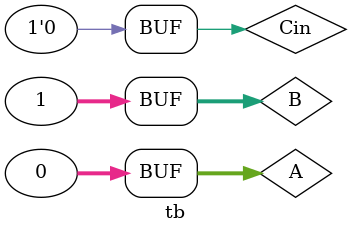
<source format=v>
module CLA(input [3:0]A,B,input Cin,output reg Cout,output reg [3:0]S);
   // generated carrydeclaration
  reg [3:0]P,G;
  reg [3:0]C;
  always@(A,B,Cin)
    begin
      G=A&B;
      P=A^B;
//       for(i=0; i<4: i=i+1) begin 
      C[0]=(G[0]|(P[0]&Cin));
      C[1]=(G[1]|(P[1]&C[0]));
      C[2]=(G[2]|(P[2]&C[1]));
      Cout=(G[3]|(P[3]&C[2]));
      S[3]=(P[3]^C[2]);
      S[2]=(P[2]^C[1]);
      S[1]=(P[1]^C[0]);
      S[0]=(P[0]^Cin);
    end
endmodule
// Code your design here
module FA(output reg Sum, output reg Cout,input A,B,Cin);
  always@(A,B,Cin)
    begin
      case ({A,B,Cin})
        3'b000 : begin Sum=1'b0; Cout=1'b0; end
          3'b001 : begin Sum=1'b1; Cout=1'b0; end
          3'b010 : begin Sum=1'b1; Cout=1'b0; end
          3'b011 : begin Sum=1'b0; Cout=1'b1; end
          3'b100 : begin Sum=1'b1; Cout=1'b0; end
          3'b101 : begin Sum=1'b0; Cout=1'b1; end
          3'b110 : begin Sum=1'b0; Cout=1'b1; end
          3'b111 : begin Sum=1'b1; Cout=1'b1; end
        default :begin Sum=1'b0; Cout=1'b0; end
      endcase
     end
endmodule


module RCA(input [3:0]A,B,input Cin,output Cout,output [3:0]S);
  wire [2:0]C;
  FA fors0(S[0],C[0],A[0],B[0],Cin);
  FA fors1(S[1],C[1],A[1],B[1],C[0]);
  FA fors2(S[2],C[2],A[2],B[2],C[1]);
  FA fors3(S[3],Cout,A[3],B[3],C[2]);
endmodule
module hybridadder32bit(input [31:0]A,B,input  Cin,output Cout,output reg [32:0]sum);
//   module CLA(input [3:0]A,B,input Cin,output reg Cout,output reg [3:0]S);
// module RCA(input [3:0]A,B,input Cin,output Cout,output [3:0]S);
  wire [6:0]w;

  always@(A,B,Cin) begin
    $display("A=%b B=%b Cin=%b",A,B,Cin);
  end
    
  
  RCA for0to3(A[3:0],B[3:0],Cin,w[0],sum[3:0]);
  CLA for4to7(A[7:4],B[7:4],w[0],w[1],sum[7:4]);
  
  RCA for8to11(A[11:8],B[11:8],w[1],w[2],sum[11:8]);
  CLA for12to15(A[15:12],B[15:12],w[2],w[3],sum[15:12]);
  
  RCA for16to19(A[19:16],B[19:16],w[3],w[4],sum[19:16]);
  CLA for20to23(A[23:20],B[23:20],w[4],w[5],sum[23:20]);
  
  RCA for24to27(A[27:24],B[27:24],w[5],w[6],sum[27:24]);
  CLA for28to31(A[31:28],B[31:28],w[6],Cout,sum[31:28]);

endmodule
  
  
  
  
  
  
module tb;
  reg [31:0]A,B;
  wire [31:0]sum;
  wire Cout;
  reg Cin;
  hybridadder32bit DUT(A,B,Cin,Cout,sum);
 //initial begin
   
 initial begin
   Cin=1'b0;
   A=32'd0001; B=32'd4294967295;
   #5    A=32'd0000; B=32'd0001;
 end
   initial begin
     $monitor($time," a %b is b is %b sum is %b carry is %b ",A,B,sum,Cout);
   end
  endmodule
  
  
  
  
  
  
  
  
  
  
  
  
  
  
  
  
  
  

</source>
